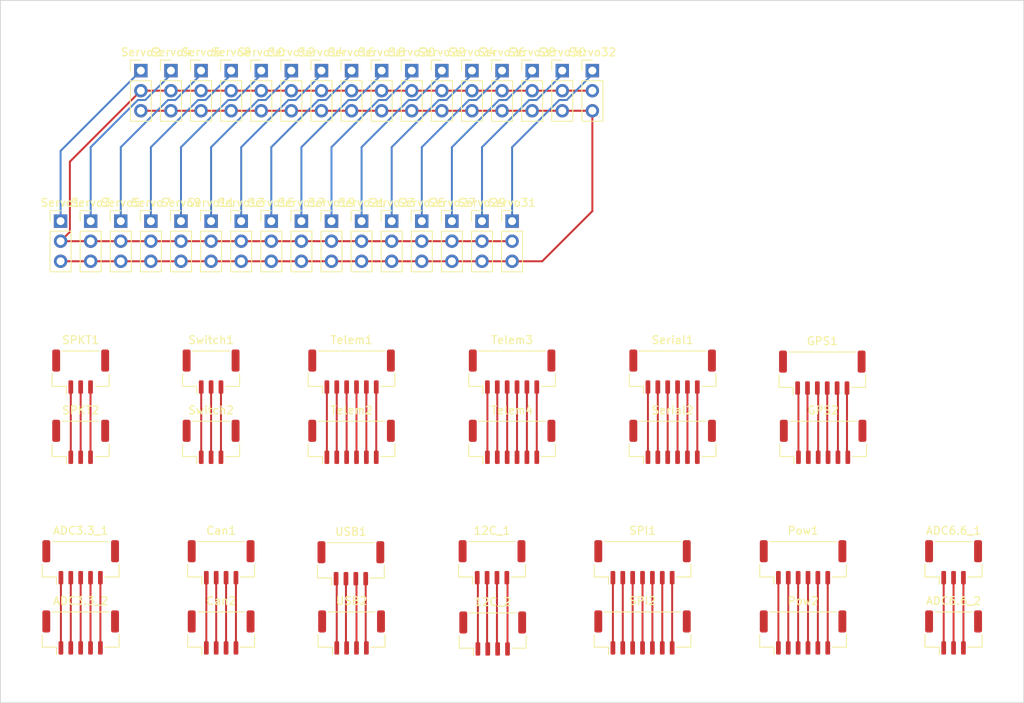
<source format=kicad_pcb>
(kicad_pcb (version 20171130) (host pcbnew "(5.1.10)-1")
  (layers (0 F.Cu signal) (31 B.Cu signal) (34 B.Paste user) (35 F.Paste user) (36 B.SilkS user) (37 F.SilkS user) (38 B.Mask user) (39 F.Mask user) (44 Edge.Cuts user))
  (net 0 "")
  (net 1 "Net-(Servo1-Pad3)")
  (net 2 "Net-(Servo1-Pad2)")
  (net 3 "Net-(Servo1-Pad1)")
  (net 4 "Net-(Servo3-Pad1)")
  (net 5 "Net-(Servo5-Pad1)")
  (net 6 "Net-(Servo7-Pad1)")
  (net 7 "Net-(Servo10-Pad1)")
  (net 8 "Net-(Servo11-Pad1)")
  (net 9 "Net-(Servo13-Pad1)")
  (net 10 "Net-(Servo15-Pad1)")
  (net 11 "Net-(Servo17-Pad1)")
  (net 12 "Net-(Servo19-Pad1)")
  (net 13 "Net-(Servo21-Pad1)")
  (net 14 "Net-(Servo23-Pad1)")
  (net 15 "Net-(Servo25-Pad1)")
  (net 16 "Net-(Servo27-Pad1)")
  (net 17 "Net-(Servo29-Pad1)")
  (net 18 "Net-(12C_1-Pad4)")
  (net 19 "Net-(12C_1-Pad3)")
  (net 20 "Net-(12C_1-Pad2)")
  (net 21 "Net-(12C_1-Pad1)")
  (net 22 "Net-(ADC3.3_1-Pad5)")
  (net 23 "Net-(ADC3.3_1-Pad4)")
  (net 24 "Net-(ADC3.3_1-Pad3)")
  (net 25 "Net-(ADC3.3_1-Pad2)")
  (net 26 "Net-(ADC3.3_1-Pad1)")
  (net 27 "Net-(ADC6.6_1-Pad3)")
  (net 28 "Net-(ADC6.6_1-Pad2)")
  (net 29 "Net-(ADC6.6_1-Pad1)")
  (net 30 "Net-(Can1-Pad4)")
  (net 31 "Net-(Can1-Pad3)")
  (net 32 "Net-(Can1-Pad2)")
  (net 33 "Net-(Can1-Pad1)")
  (net 34 "Net-(GPS1-Pad6)")
  (net 35 "Net-(GPS1-Pad5)")
  (net 36 "Net-(GPS1-Pad4)")
  (net 37 "Net-(GPS1-Pad3)")
  (net 38 "Net-(GPS1-Pad2)")
  (net 39 "Net-(GPS1-Pad1)")
  (net 40 "Net-(Pow1-Pad6)")
  (net 41 "Net-(Pow1-Pad5)")
  (net 42 "Net-(Pow1-Pad4)")
  (net 43 "Net-(Pow1-Pad3)")
  (net 44 "Net-(Pow1-Pad2)")
  (net 45 "Net-(Pow1-Pad1)")
  (net 46 "Net-(Serial1-Pad6)")
  (net 47 "Net-(Serial1-Pad5)")
  (net 48 "Net-(Serial1-Pad4)")
  (net 49 "Net-(Serial1-Pad3)")
  (net 50 "Net-(Serial1-Pad2)")
  (net 51 "Net-(Serial1-Pad1)")
  (net 52 "Net-(SPI1-Pad7)")
  (net 53 "Net-(SPI1-Pad6)")
  (net 54 "Net-(SPI1-Pad5)")
  (net 55 "Net-(SPI1-Pad4)")
  (net 56 "Net-(SPI1-Pad3)")
  (net 57 "Net-(SPI1-Pad2)")
  (net 58 "Net-(SPI1-Pad1)")
  (net 59 "Net-(SPKT1-Pad3)")
  (net 60 "Net-(SPKT1-Pad2)")
  (net 61 "Net-(SPKT1-Pad1)")
  (net 62 "Net-(Switch1-Pad3)")
  (net 63 "Net-(Switch1-Pad2)")
  (net 64 "Net-(Switch1-Pad1)")
  (net 65 "Net-(Telem1-Pad6)")
  (net 66 "Net-(Telem1-Pad5)")
  (net 67 "Net-(Telem1-Pad4)")
  (net 68 "Net-(Telem1-Pad3)")
  (net 69 "Net-(Telem1-Pad2)")
  (net 70 "Net-(Telem1-Pad1)")
  (net 71 "Net-(Telem3-Pad6)")
  (net 72 "Net-(Telem3-Pad5)")
  (net 73 "Net-(Telem3-Pad4)")
  (net 74 "Net-(Telem3-Pad3)")
  (net 75 "Net-(Telem3-Pad2)")
  (net 76 "Net-(Telem3-Pad1)")
  (net 77 "Net-(USB1-Pad4)")
  (net 78 "Net-(USB1-Pad3)")
  (net 79 "Net-(USB1-Pad2)")
  (net 80 "Net-(USB1-Pad1)")
  (net 81 "Net-(Servo31-Pad1)")
  (module Connector_PinHeader_2.54mm:PinHeader_1x03_P2.54mm_Vertical (layer F.Cu) (at 25.4 74.93)
    (fp_text reference Servo1 (at 0 -2.33) (layer F.SilkS))
    (fp_text value Conn_01x03)
    (pad 3 thru_hole oval (at 0 5.08) (size 1.7 1.7) (drill 1) (layers *.Cu *.Mask) (net 1 "Net-(Servo1-Pad3)"))
    (pad 2 thru_hole oval (at 0 2.54) (size 1.7 1.7) (drill 1) (layers *.Cu *.Mask) (net 2 "Net-(Servo1-Pad2)"))
    (pad 1 thru_hole rect (at 0 0) (size 1.7 1.7) (drill 1) (layers *.Cu *.Mask) (net 3 "Net-(Servo1-Pad1)"))
  )
  (module Connector_PinHeader_2.54mm:PinHeader_1x03_P2.54mm_Vertical (layer F.Cu) (at 29.21 74.93)
    (fp_text reference Servo3 (at 0 -2.33) (layer F.SilkS))
    (fp_text value Conn_01x03)
    (pad 1 thru_hole rect (at 0 0) (size 1.7 1.7) (drill 1) (layers *.Cu *.Mask) (net 4 "Net-(Servo3-Pad1)"))
    (pad 2 thru_hole oval (at 0 2.54) (size 1.7 1.7) (drill 1) (layers *.Cu *.Mask) (net 2 "Net-(Servo1-Pad2)"))
    (pad 3 thru_hole oval (at 0 5.08) (size 1.7 1.7) (drill 1) (layers *.Cu *.Mask) (net 1 "Net-(Servo1-Pad3)"))
  )
  (module Connector_PinHeader_2.54mm:PinHeader_1x03_P2.54mm_Vertical (layer F.Cu) (at 33.02 74.93)
    (fp_text reference Servo5 (at 0 -2.33) (layer F.SilkS))
    (fp_text value Conn_01x03)
    (pad 1 thru_hole rect (at 0 0) (size 1.7 1.7) (drill 1) (layers *.Cu *.Mask) (net 5 "Net-(Servo5-Pad1)"))
    (pad 2 thru_hole oval (at 0 2.54) (size 1.7 1.7) (drill 1) (layers *.Cu *.Mask) (net 2 "Net-(Servo1-Pad2)"))
    (pad 3 thru_hole oval (at 0 5.08) (size 1.7 1.7) (drill 1) (layers *.Cu *.Mask) (net 1 "Net-(Servo1-Pad3)"))
  )
  (module Connector_PinHeader_2.54mm:PinHeader_1x03_P2.54mm_Vertical (layer F.Cu) (at 36.83 74.93)
    (fp_text reference Servo7 (at 0 -2.33) (layer F.SilkS))
    (fp_text value Conn_01x03)
    (pad 1 thru_hole rect (at 0 0) (size 1.7 1.7) (drill 1) (layers *.Cu *.Mask) (net 6 "Net-(Servo7-Pad1)"))
    (pad 2 thru_hole oval (at 0 2.54) (size 1.7 1.7) (drill 1) (layers *.Cu *.Mask) (net 2 "Net-(Servo1-Pad2)"))
    (pad 3 thru_hole oval (at 0 5.08) (size 1.7 1.7) (drill 1) (layers *.Cu *.Mask) (net 1 "Net-(Servo1-Pad3)"))
  )
  (module Connector_PinHeader_2.54mm:PinHeader_1x03_P2.54mm_Vertical (layer F.Cu) (at 35.56 55.88)
    (fp_text reference Servo2 (at 0 -2.33) (layer F.SilkS))
    (fp_text value Conn_01x03)
    (pad 3 thru_hole oval (at 0 5.08) (size 1.7 1.7) (drill 1) (layers *.Cu *.Mask) (net 1 "Net-(Servo1-Pad3)"))
    (pad 2 thru_hole oval (at 0 2.54) (size 1.7 1.7) (drill 1) (layers *.Cu *.Mask) (net 2 "Net-(Servo1-Pad2)"))
    (pad 1 thru_hole rect (at 0 0) (size 1.7 1.7) (drill 1) (layers *.Cu *.Mask) (net 3 "Net-(Servo1-Pad1)"))
  )
  (module Connector_PinHeader_2.54mm:PinHeader_1x03_P2.54mm_Vertical (layer F.Cu) (at 39.37 55.88)
    (fp_text reference Servo4 (at 0 -2.33) (layer F.SilkS))
    (fp_text value Conn_01x03)
    (pad 3 thru_hole oval (at 0 5.08) (size 1.7 1.7) (drill 1) (layers *.Cu *.Mask) (net 1 "Net-(Servo1-Pad3)"))
    (pad 2 thru_hole oval (at 0 2.54) (size 1.7 1.7) (drill 1) (layers *.Cu *.Mask) (net 2 "Net-(Servo1-Pad2)"))
    (pad 1 thru_hole rect (at 0 0) (size 1.7 1.7) (drill 1) (layers *.Cu *.Mask) (net 4 "Net-(Servo3-Pad1)"))
  )
  (module Connector_PinHeader_2.54mm:PinHeader_1x03_P2.54mm_Vertical (layer F.Cu) (at 43.18 55.88)
    (fp_text reference Servo6 (at 0 -2.33) (layer F.SilkS))
    (fp_text value Conn_01x03)
    (pad 3 thru_hole oval (at 0 5.08) (size 1.7 1.7) (drill 1) (layers *.Cu *.Mask) (net 1 "Net-(Servo1-Pad3)"))
    (pad 2 thru_hole oval (at 0 2.54) (size 1.7 1.7) (drill 1) (layers *.Cu *.Mask) (net 2 "Net-(Servo1-Pad2)"))
    (pad 1 thru_hole rect (at 0 0) (size 1.7 1.7) (drill 1) (layers *.Cu *.Mask) (net 5 "Net-(Servo5-Pad1)"))
  )
  (module Connector_PinHeader_2.54mm:PinHeader_1x03_P2.54mm_Vertical (layer F.Cu) (at 46.99 55.88)
    (fp_text reference Servo8 (at 0 -2.33) (layer F.SilkS))
    (fp_text value Conn_01x03)
    (pad 3 thru_hole oval (at 0 5.08) (size 1.7 1.7) (drill 1) (layers *.Cu *.Mask) (net 1 "Net-(Servo1-Pad3)"))
    (pad 2 thru_hole oval (at 0 2.54) (size 1.7 1.7) (drill 1) (layers *.Cu *.Mask) (net 2 "Net-(Servo1-Pad2)"))
    (pad 1 thru_hole rect (at 0 0) (size 1.7 1.7) (drill 1) (layers *.Cu *.Mask) (net 6 "Net-(Servo7-Pad1)"))
  )
  (module Connector_PinHeader_2.54mm:PinHeader_1x03_P2.54mm_Vertical (layer F.Cu) (at 40.64 74.93)
    (fp_text reference Servo9 (at 0 -2.33) (layer F.SilkS))
    (fp_text value Conn_01x03)
    (pad 3 thru_hole oval (at 0 5.08) (size 1.7 1.7) (drill 1) (layers *.Cu *.Mask) (net 1 "Net-(Servo1-Pad3)"))
    (pad 2 thru_hole oval (at 0 2.54) (size 1.7 1.7) (drill 1) (layers *.Cu *.Mask) (net 2 "Net-(Servo1-Pad2)"))
    (pad 1 thru_hole rect (at 0 0) (size 1.7 1.7) (drill 1) (layers *.Cu *.Mask) (net 7 "Net-(Servo10-Pad1)"))
  )
  (module Connector_PinHeader_2.54mm:PinHeader_1x03_P2.54mm_Vertical (layer F.Cu) (at 48.26 74.93)
    (fp_text reference Servo13 (at 0 -2.33) (layer F.SilkS))
    (fp_text value Conn_01x03)
    (pad 3 thru_hole oval (at 0 5.08) (size 1.7 1.7) (drill 1) (layers *.Cu *.Mask) (net 1 "Net-(Servo1-Pad3)"))
    (pad 2 thru_hole oval (at 0 2.54) (size 1.7 1.7) (drill 1) (layers *.Cu *.Mask) (net 2 "Net-(Servo1-Pad2)"))
    (pad 1 thru_hole rect (at 0 0) (size 1.7 1.7) (drill 1) (layers *.Cu *.Mask) (net 9 "Net-(Servo13-Pad1)"))
  )
  (module Connector_PinHeader_2.54mm:PinHeader_1x03_P2.54mm_Vertical (layer F.Cu) (at 55.88 74.93)
    (fp_text reference Servo17 (at 0 -2.33) (layer F.SilkS))
    (fp_text value Conn_01x03)
    (pad 3 thru_hole oval (at 0 5.08) (size 1.7 1.7) (drill 1) (layers *.Cu *.Mask) (net 1 "Net-(Servo1-Pad3)"))
    (pad 2 thru_hole oval (at 0 2.54) (size 1.7 1.7) (drill 1) (layers *.Cu *.Mask) (net 2 "Net-(Servo1-Pad2)"))
    (pad 1 thru_hole rect (at 0 0) (size 1.7 1.7) (drill 1) (layers *.Cu *.Mask) (net 11 "Net-(Servo17-Pad1)"))
  )
  (module Connector_PinHeader_2.54mm:PinHeader_1x03_P2.54mm_Vertical (layer F.Cu) (at 71.12 74.93)
    (fp_text reference Servo25 (at 0 -2.33) (layer F.SilkS))
    (fp_text value Conn_01x03)
    (pad 3 thru_hole oval (at 0 5.08) (size 1.7 1.7) (drill 1) (layers *.Cu *.Mask) (net 1 "Net-(Servo1-Pad3)"))
    (pad 2 thru_hole oval (at 0 2.54) (size 1.7 1.7) (drill 1) (layers *.Cu *.Mask) (net 2 "Net-(Servo1-Pad2)"))
    (pad 1 thru_hole rect (at 0 0) (size 1.7 1.7) (drill 1) (layers *.Cu *.Mask) (net 15 "Net-(Servo25-Pad1)"))
  )
  (module Connector_PinHeader_2.54mm:PinHeader_1x03_P2.54mm_Vertical (layer F.Cu) (at 63.5 74.93)
    (fp_text reference Servo21 (at 0 -2.33) (layer F.SilkS))
    (fp_text value Conn_01x03)
    (pad 3 thru_hole oval (at 0 5.08) (size 1.7 1.7) (drill 1) (layers *.Cu *.Mask) (net 1 "Net-(Servo1-Pad3)"))
    (pad 2 thru_hole oval (at 0 2.54) (size 1.7 1.7) (drill 1) (layers *.Cu *.Mask) (net 2 "Net-(Servo1-Pad2)"))
    (pad 1 thru_hole rect (at 0 0) (size 1.7 1.7) (drill 1) (layers *.Cu *.Mask) (net 13 "Net-(Servo21-Pad1)"))
  )
  (module Connector_PinHeader_2.54mm:PinHeader_1x03_P2.54mm_Vertical (layer F.Cu) (at 66.04 55.88)
    (fp_text reference Servo18 (at 0 -2.33) (layer F.SilkS))
    (fp_text value Conn_01x03)
    (pad 3 thru_hole oval (at 0 5.08) (size 1.7 1.7) (drill 1) (layers *.Cu *.Mask) (net 1 "Net-(Servo1-Pad3)"))
    (pad 2 thru_hole oval (at 0 2.54) (size 1.7 1.7) (drill 1) (layers *.Cu *.Mask) (net 2 "Net-(Servo1-Pad2)"))
    (pad 1 thru_hole rect (at 0 0) (size 1.7 1.7) (drill 1) (layers *.Cu *.Mask) (net 11 "Net-(Servo17-Pad1)"))
  )
  (module Connector_PinHeader_2.54mm:PinHeader_1x03_P2.54mm_Vertical (layer F.Cu) (at 73.66 55.88)
    (fp_text reference Servo22 (at 0 -2.33) (layer F.SilkS))
    (fp_text value Conn_01x03)
    (pad 3 thru_hole oval (at 0 5.08) (size 1.7 1.7) (drill 1) (layers *.Cu *.Mask) (net 1 "Net-(Servo1-Pad3)"))
    (pad 2 thru_hole oval (at 0 2.54) (size 1.7 1.7) (drill 1) (layers *.Cu *.Mask) (net 2 "Net-(Servo1-Pad2)"))
    (pad 1 thru_hole rect (at 0 0) (size 1.7 1.7) (drill 1) (layers *.Cu *.Mask) (net 13 "Net-(Servo21-Pad1)"))
  )
  (module Connector_PinHeader_2.54mm:PinHeader_1x03_P2.54mm_Vertical (layer F.Cu) (at 88.9 55.88)
    (fp_text reference Servo30 (at 0 -2.33) (layer F.SilkS))
    (fp_text value Conn_01x03)
    (pad 3 thru_hole oval (at 0 5.08) (size 1.7 1.7) (drill 1) (layers *.Cu *.Mask) (net 1 "Net-(Servo1-Pad3)"))
    (pad 2 thru_hole oval (at 0 2.54) (size 1.7 1.7) (drill 1) (layers *.Cu *.Mask) (net 2 "Net-(Servo1-Pad2)"))
    (pad 1 thru_hole rect (at 0 0) (size 1.7 1.7) (drill 1) (layers *.Cu *.Mask) (net 17 "Net-(Servo29-Pad1)"))
  )
  (module Connector_PinHeader_2.54mm:PinHeader_1x03_P2.54mm_Vertical (layer F.Cu) (at 50.8 55.88)
    (fp_text reference Servo10 (at 0 -2.33) (layer F.SilkS))
    (fp_text value Conn_01x03)
    (pad 3 thru_hole oval (at 0 5.08) (size 1.7 1.7) (drill 1) (layers *.Cu *.Mask) (net 1 "Net-(Servo1-Pad3)"))
    (pad 2 thru_hole oval (at 0 2.54) (size 1.7 1.7) (drill 1) (layers *.Cu *.Mask) (net 2 "Net-(Servo1-Pad2)"))
    (pad 1 thru_hole rect (at 0 0) (size 1.7 1.7) (drill 1) (layers *.Cu *.Mask) (net 7 "Net-(Servo10-Pad1)"))
  )
  (module Connector_PinHeader_2.54mm:PinHeader_1x03_P2.54mm_Vertical (layer F.Cu) (at 81.28 55.88)
    (fp_text reference Servo26 (at 0 -2.33) (layer F.SilkS))
    (fp_text value Conn_01x03)
    (pad 3 thru_hole oval (at 0 5.08) (size 1.7 1.7) (drill 1) (layers *.Cu *.Mask) (net 1 "Net-(Servo1-Pad3)"))
    (pad 2 thru_hole oval (at 0 2.54) (size 1.7 1.7) (drill 1) (layers *.Cu *.Mask) (net 2 "Net-(Servo1-Pad2)"))
    (pad 1 thru_hole rect (at 0 0) (size 1.7 1.7) (drill 1) (layers *.Cu *.Mask) (net 15 "Net-(Servo25-Pad1)"))
  )
  (module Connector_PinHeader_2.54mm:PinHeader_1x03_P2.54mm_Vertical (layer F.Cu) (at 58.42 55.88)
    (fp_text reference Servo14 (at 0 -2.33) (layer F.SilkS))
    (fp_text value Conn_01x03)
    (pad 3 thru_hole oval (at 0 5.08) (size 1.7 1.7) (drill 1) (layers *.Cu *.Mask) (net 1 "Net-(Servo1-Pad3)"))
    (pad 2 thru_hole oval (at 0 2.54) (size 1.7 1.7) (drill 1) (layers *.Cu *.Mask) (net 2 "Net-(Servo1-Pad2)"))
    (pad 1 thru_hole rect (at 0 0) (size 1.7 1.7) (drill 1) (layers *.Cu *.Mask) (net 9 "Net-(Servo13-Pad1)"))
  )
  (module Connector_PinHeader_2.54mm:PinHeader_1x03_P2.54mm_Vertical (layer F.Cu) (at 78.74 74.93)
    (fp_text reference Servo29 (at 0 -2.33) (layer F.SilkS))
    (fp_text value Conn_01x03)
    (pad 3 thru_hole oval (at 0 5.08) (size 1.7 1.7) (drill 1) (layers *.Cu *.Mask) (net 1 "Net-(Servo1-Pad3)"))
    (pad 2 thru_hole oval (at 0 2.54) (size 1.7 1.7) (drill 1) (layers *.Cu *.Mask) (net 2 "Net-(Servo1-Pad2)"))
    (pad 1 thru_hole rect (at 0 0) (size 1.7 1.7) (drill 1) (layers *.Cu *.Mask) (net 17 "Net-(Servo29-Pad1)"))
  )
  (module Connector_PinHeader_2.54mm:PinHeader_1x03_P2.54mm_Vertical (layer F.Cu) (at 44.45 74.93)
    (fp_text reference Servo11 (at 0 -2.33) (layer F.SilkS))
    (fp_text value Conn_01x03)
    (pad 3 thru_hole oval (at 0 5.08) (size 1.7 1.7) (drill 1) (layers *.Cu *.Mask) (net 1 "Net-(Servo1-Pad3)"))
    (pad 2 thru_hole oval (at 0 2.54) (size 1.7 1.7) (drill 1) (layers *.Cu *.Mask) (net 2 "Net-(Servo1-Pad2)"))
    (pad 1 thru_hole rect (at 0 0) (size 1.7 1.7) (drill 1) (layers *.Cu *.Mask) (net 8 "Net-(Servo11-Pad1)"))
  )
  (module Connector_PinHeader_2.54mm:PinHeader_1x03_P2.54mm_Vertical (layer F.Cu) (at 52.07 74.93)
    (fp_text reference Servo15 (at 0 -2.33) (layer F.SilkS))
    (fp_text value Conn_01x03)
    (pad 3 thru_hole oval (at 0 5.08) (size 1.7 1.7) (drill 1) (layers *.Cu *.Mask) (net 1 "Net-(Servo1-Pad3)"))
    (pad 2 thru_hole oval (at 0 2.54) (size 1.7 1.7) (drill 1) (layers *.Cu *.Mask) (net 2 "Net-(Servo1-Pad2)"))
    (pad 1 thru_hole rect (at 0 0) (size 1.7 1.7) (drill 1) (layers *.Cu *.Mask) (net 10 "Net-(Servo15-Pad1)"))
  )
  (module Connector_PinHeader_2.54mm:PinHeader_1x03_P2.54mm_Vertical (layer F.Cu) (at 59.69 74.93)
    (fp_text reference Servo19 (at 0 -2.33) (layer F.SilkS))
    (fp_text value Conn_01x03)
    (pad 3 thru_hole oval (at 0 5.08) (size 1.7 1.7) (drill 1) (layers *.Cu *.Mask) (net 1 "Net-(Servo1-Pad3)"))
    (pad 2 thru_hole oval (at 0 2.54) (size 1.7 1.7) (drill 1) (layers *.Cu *.Mask) (net 2 "Net-(Servo1-Pad2)"))
    (pad 1 thru_hole rect (at 0 0) (size 1.7 1.7) (drill 1) (layers *.Cu *.Mask) (net 12 "Net-(Servo19-Pad1)"))
  )
  (module Connector_PinHeader_2.54mm:PinHeader_1x03_P2.54mm_Vertical (layer F.Cu) (at 54.61 55.88)
    (fp_text reference Servo12 (at 0 -2.33) (layer F.SilkS))
    (fp_text value Conn_01x03)
    (pad 3 thru_hole oval (at 0 5.08) (size 1.7 1.7) (drill 1) (layers *.Cu *.Mask) (net 1 "Net-(Servo1-Pad3)"))
    (pad 2 thru_hole oval (at 0 2.54) (size 1.7 1.7) (drill 1) (layers *.Cu *.Mask) (net 2 "Net-(Servo1-Pad2)"))
    (pad 1 thru_hole rect (at 0 0) (size 1.7 1.7) (drill 1) (layers *.Cu *.Mask) (net 8 "Net-(Servo11-Pad1)"))
  )
  (module Connector_PinHeader_2.54mm:PinHeader_1x03_P2.54mm_Vertical (layer F.Cu) (at 82.55 74.93)
    (fp_text reference Servo31 (at 0 -2.33) (layer F.SilkS))
    (fp_text value Conn_01x03)
    (pad 3 thru_hole oval (at 0 5.08) (size 1.7 1.7) (drill 1) (layers *.Cu *.Mask) (net 1 "Net-(Servo1-Pad3)"))
    (pad 2 thru_hole oval (at 0 2.54) (size 1.7 1.7) (drill 1) (layers *.Cu *.Mask) (net 2 "Net-(Servo1-Pad2)"))
    (pad 1 thru_hole rect (at 0 0) (size 1.7 1.7) (drill 1) (layers *.Cu *.Mask) (net 81 "Net-(Servo31-Pad1)"))
  )
  (module Connector_PinHeader_2.54mm:PinHeader_1x03_P2.54mm_Vertical (layer F.Cu) (at 77.47 55.88)
    (fp_text reference Servo24 (at 0 -2.33) (layer F.SilkS))
    (fp_text value Conn_01x03)
    (pad 3 thru_hole oval (at 0 5.08) (size 1.7 1.7) (drill 1) (layers *.Cu *.Mask) (net 1 "Net-(Servo1-Pad3)"))
    (pad 2 thru_hole oval (at 0 2.54) (size 1.7 1.7) (drill 1) (layers *.Cu *.Mask) (net 2 "Net-(Servo1-Pad2)"))
    (pad 1 thru_hole rect (at 0 0) (size 1.7 1.7) (drill 1) (layers *.Cu *.Mask) (net 14 "Net-(Servo23-Pad1)"))
  )
  (module Connector_PinHeader_2.54mm:PinHeader_1x03_P2.54mm_Vertical (layer F.Cu) (at 92.71 55.88)
    (fp_text reference Servo32 (at 0 -2.33) (layer F.SilkS))
    (fp_text value Conn_01x03)
    (pad 3 thru_hole oval (at 0 5.08) (size 1.7 1.7) (drill 1) (layers *.Cu *.Mask) (net 1 "Net-(Servo1-Pad3)"))
    (pad 2 thru_hole oval (at 0 2.54) (size 1.7 1.7) (drill 1) (layers *.Cu *.Mask) (net 2 "Net-(Servo1-Pad2)"))
    (pad 1 thru_hole rect (at 0 0) (size 1.7 1.7) (drill 1) (layers *.Cu *.Mask) (net 81 "Net-(Servo31-Pad1)"))
  )
  (module Connector_PinHeader_2.54mm:PinHeader_1x03_P2.54mm_Vertical (layer F.Cu) (at 85.09 55.88)
    (fp_text reference Servo28 (at 0 -2.33) (layer F.SilkS))
    (fp_text value Conn_01x03)
    (pad 3 thru_hole oval (at 0 5.08) (size 1.7 1.7) (drill 1) (layers *.Cu *.Mask) (net 1 "Net-(Servo1-Pad3)"))
    (pad 2 thru_hole oval (at 0 2.54) (size 1.7 1.7) (drill 1) (layers *.Cu *.Mask) (net 2 "Net-(Servo1-Pad2)"))
    (pad 1 thru_hole rect (at 0 0) (size 1.7 1.7) (drill 1) (layers *.Cu *.Mask) (net 16 "Net-(Servo27-Pad1)"))
  )
  (module Connector_PinHeader_2.54mm:PinHeader_1x03_P2.54mm_Vertical (layer F.Cu) (at 67.31 74.93)
    (fp_text reference Servo23 (at 0 -2.33) (layer F.SilkS))
    (fp_text value Conn_01x03)
    (pad 3 thru_hole oval (at 0 5.08) (size 1.7 1.7) (drill 1) (layers *.Cu *.Mask) (net 1 "Net-(Servo1-Pad3)"))
    (pad 2 thru_hole oval (at 0 2.54) (size 1.7 1.7) (drill 1) (layers *.Cu *.Mask) (net 2 "Net-(Servo1-Pad2)"))
    (pad 1 thru_hole rect (at 0 0) (size 1.7 1.7) (drill 1) (layers *.Cu *.Mask) (net 14 "Net-(Servo23-Pad1)"))
  )
  (module Connector_PinHeader_2.54mm:PinHeader_1x03_P2.54mm_Vertical (layer F.Cu) (at 69.85 55.88)
    (fp_text reference Servo20 (at 0 -2.33) (layer F.SilkS))
    (fp_text value Conn_01x03)
    (pad 3 thru_hole oval (at 0 5.08) (size 1.7 1.7) (drill 1) (layers *.Cu *.Mask) (net 1 "Net-(Servo1-Pad3)"))
    (pad 2 thru_hole oval (at 0 2.54) (size 1.7 1.7) (drill 1) (layers *.Cu *.Mask) (net 2 "Net-(Servo1-Pad2)"))
    (pad 1 thru_hole rect (at 0 0) (size 1.7 1.7) (drill 1) (layers *.Cu *.Mask) (net 12 "Net-(Servo19-Pad1)"))
  )
  (module Connector_PinHeader_2.54mm:PinHeader_1x03_P2.54mm_Vertical (layer F.Cu) (at 74.93 74.93)
    (fp_text reference Servo27 (at 0 -2.33) (layer F.SilkS))
    (fp_text value Conn_01x03)
    (pad 3 thru_hole oval (at 0 5.08) (size 1.7 1.7) (drill 1) (layers *.Cu *.Mask) (net 1 "Net-(Servo1-Pad3)"))
    (pad 2 thru_hole oval (at 0 2.54) (size 1.7 1.7) (drill 1) (layers *.Cu *.Mask) (net 2 "Net-(Servo1-Pad2)"))
    (pad 1 thru_hole rect (at 0 0) (size 1.7 1.7) (drill 1) (layers *.Cu *.Mask) (net 16 "Net-(Servo27-Pad1)"))
  )
  (module Connector_PinHeader_2.54mm:PinHeader_1x03_P2.54mm_Vertical (layer F.Cu) (at 62.23 55.88)
    (fp_text reference Servo16 (at 0 -2.33) (layer F.SilkS))
    (fp_text value Conn_01x03)
    (pad 3 thru_hole oval (at 0 5.08) (size 1.7 1.7) (drill 1) (layers *.Cu *.Mask) (net 1 "Net-(Servo1-Pad3)"))
    (pad 2 thru_hole oval (at 0 2.54) (size 1.7 1.7) (drill 1) (layers *.Cu *.Mask) (net 2 "Net-(Servo1-Pad2)"))
    (pad 1 thru_hole rect (at 0 0) (size 1.7 1.7) (drill 1) (layers *.Cu *.Mask) (net 10 "Net-(Servo15-Pad1)"))
  )
  (module Connector_JST:JST_GH_BM04B-GHS-TBT_1x04-1MP_P1.25mm_Vertical (layer F.Cu) (at 62.23 127)
    (fp_text reference USB2 (at 0 -4) (layer F.SilkS))
    (fp_text value Conn_01x04)
    (pad MP smd roundrect (at 3.725 -1.4) (size 1 2.8) (layers F.Cu F.Paste F.Mask))
    (pad MP smd roundrect (at -3.725 -1.4) (size 1 2.8) (layers F.Cu F.Paste F.Mask))
    (pad 4 smd roundrect (at 1.875 1.95) (size 0.6 1.7) (layers F.Cu F.Paste F.Mask) (net 77 "Net-(USB1-Pad4)"))
    (pad 3 smd roundrect (at 0.625 1.95) (size 0.6 1.7) (layers F.Cu F.Paste F.Mask) (net 78 "Net-(USB1-Pad3)"))
    (pad 2 smd roundrect (at -0.625 1.95) (size 0.6 1.7) (layers F.Cu F.Paste F.Mask) (net 79 "Net-(USB1-Pad2)"))
    (pad 1 smd roundrect (at -1.875 1.95) (size 0.6 1.7) (layers F.Cu F.Paste F.Mask) (net 80 "Net-(USB1-Pad1)"))
  )
  (module Connector_JST:JST_GH_BM04B-GHS-TBT_1x04-1MP_P1.25mm_Vertical (layer F.Cu) (at 62.145 118.24)
    (fp_text reference USB1 (at 0 -4) (layer F.SilkS))
    (fp_text value Conn_01x04)
    (pad MP smd roundrect (at 3.725 -1.4) (size 1 2.8) (layers F.Cu F.Paste F.Mask))
    (pad MP smd roundrect (at -3.725 -1.4) (size 1 2.8) (layers F.Cu F.Paste F.Mask))
    (pad 4 smd roundrect (at 1.875 1.95) (size 0.6 1.7) (layers F.Cu F.Paste F.Mask) (net 77 "Net-(USB1-Pad4)"))
    (pad 3 smd roundrect (at 0.625 1.95) (size 0.6 1.7) (layers F.Cu F.Paste F.Mask) (net 78 "Net-(USB1-Pad3)"))
    (pad 2 smd roundrect (at -0.625 1.95) (size 0.6 1.7) (layers F.Cu F.Paste F.Mask) (net 79 "Net-(USB1-Pad2)"))
    (pad 1 smd roundrect (at -1.875 1.95) (size 0.6 1.7) (layers F.Cu F.Paste F.Mask) (net 80 "Net-(USB1-Pad1)"))
  )
  (module Connector_JST:JST_GH_BM06B-GHS-TBT_1x06-1MP_P1.25mm_Vertical (layer F.Cu) (at 82.55 102.87)
    (fp_text reference Telem4 (at 0 -4) (layer F.SilkS))
    (fp_text value Conn_01x06)
    (pad MP smd roundrect (at 4.975 -1.4) (size 1 2.8) (layers F.Cu F.Paste F.Mask))
    (pad MP smd roundrect (at -4.975 -1.4) (size 1 2.8) (layers F.Cu F.Paste F.Mask))
    (pad 6 smd roundrect (at 3.125 1.95) (size 0.6 1.7) (layers F.Cu F.Paste F.Mask) (net 71 "Net-(Telem3-Pad6)"))
    (pad 5 smd roundrect (at 1.875 1.95) (size 0.6 1.7) (layers F.Cu F.Paste F.Mask) (net 72 "Net-(Telem3-Pad5)"))
    (pad 4 smd roundrect (at 0.625 1.95) (size 0.6 1.7) (layers F.Cu F.Paste F.Mask) (net 73 "Net-(Telem3-Pad4)"))
    (pad 3 smd roundrect (at -0.625 1.95) (size 0.6 1.7) (layers F.Cu F.Paste F.Mask) (net 74 "Net-(Telem3-Pad3)"))
    (pad 2 smd roundrect (at -1.875 1.95) (size 0.6 1.7) (layers F.Cu F.Paste F.Mask) (net 75 "Net-(Telem3-Pad2)"))
    (pad 1 smd roundrect (at -3.125 1.95) (size 0.6 1.7) (layers F.Cu F.Paste F.Mask) (net 76 "Net-(Telem3-Pad1)"))
  )
  (module Connector_JST:JST_GH_BM06B-GHS-TBT_1x06-1MP_P1.25mm_Vertical (layer F.Cu) (at 82.55 93.98)
    (fp_text reference Telem3 (at 0 -4) (layer F.SilkS))
    (fp_text value Conn_01x06)
    (pad MP smd roundrect (at 4.975 -1.4) (size 1 2.8) (layers F.Cu F.Paste F.Mask))
    (pad MP smd roundrect (at -4.975 -1.4) (size 1 2.8) (layers F.Cu F.Paste F.Mask))
    (pad 6 smd roundrect (at 3.125 1.95) (size 0.6 1.7) (layers F.Cu F.Paste F.Mask) (net 71 "Net-(Telem3-Pad6)"))
    (pad 5 smd roundrect (at 1.875 1.95) (size 0.6 1.7) (layers F.Cu F.Paste F.Mask) (net 72 "Net-(Telem3-Pad5)"))
    (pad 4 smd roundrect (at 0.625 1.95) (size 0.6 1.7) (layers F.Cu F.Paste F.Mask) (net 73 "Net-(Telem3-Pad4)"))
    (pad 3 smd roundrect (at -0.625 1.95) (size 0.6 1.7) (layers F.Cu F.Paste F.Mask) (net 74 "Net-(Telem3-Pad3)"))
    (pad 2 smd roundrect (at -1.875 1.95) (size 0.6 1.7) (layers F.Cu F.Paste F.Mask) (net 75 "Net-(Telem3-Pad2)"))
    (pad 1 smd roundrect (at -3.125 1.95) (size 0.6 1.7) (layers F.Cu F.Paste F.Mask) (net 76 "Net-(Telem3-Pad1)"))
  )
  (module Connector_JST:JST_GH_BM06B-GHS-TBT_1x06-1MP_P1.25mm_Vertical (layer F.Cu) (at 62.23 102.87)
    (fp_text reference Telem2 (at 0 -4 -180) (layer F.SilkS))
    (fp_text value Conn_01x06)
    (pad MP smd roundrect (at 4.975 -1.4) (size 1 2.8) (layers F.Cu F.Paste F.Mask))
    (pad MP smd roundrect (at -4.975 -1.4) (size 1 2.8) (layers F.Cu F.Paste F.Mask))
    (pad 6 smd roundrect (at 3.125 1.95) (size 0.6 1.7) (layers F.Cu F.Paste F.Mask) (net 65 "Net-(Telem1-Pad6)"))
    (pad 5 smd roundrect (at 1.875 1.95) (size 0.6 1.7) (layers F.Cu F.Paste F.Mask) (net 66 "Net-(Telem1-Pad5)"))
    (pad 4 smd roundrect (at 0.625 1.95) (size 0.6 1.7) (layers F.Cu F.Paste F.Mask) (net 67 "Net-(Telem1-Pad4)"))
    (pad 3 smd roundrect (at -0.625 1.95) (size 0.6 1.7) (layers F.Cu F.Paste F.Mask) (net 68 "Net-(Telem1-Pad3)"))
    (pad 2 smd roundrect (at -1.875 1.95) (size 0.6 1.7) (layers F.Cu F.Paste F.Mask) (net 69 "Net-(Telem1-Pad2)"))
    (pad 1 smd roundrect (at -3.125 1.95) (size 0.6 1.7) (layers F.Cu F.Paste F.Mask) (net 70 "Net-(Telem1-Pad1)"))
  )
  (module Connector_JST:JST_GH_BM06B-GHS-TBT_1x06-1MP_P1.25mm_Vertical (layer F.Cu) (at 62.23 93.98)
    (fp_text reference Telem1 (at 0 -4) (layer F.SilkS))
    (fp_text value Conn_01x06)
    (pad MP smd roundrect (at 4.975 -1.4) (size 1 2.8) (layers F.Cu F.Paste F.Mask))
    (pad MP smd roundrect (at -4.975 -1.4) (size 1 2.8) (layers F.Cu F.Paste F.Mask))
    (pad 6 smd roundrect (at 3.125 1.95) (size 0.6 1.7) (layers F.Cu F.Paste F.Mask) (net 65 "Net-(Telem1-Pad6)"))
    (pad 5 smd roundrect (at 1.875 1.95) (size 0.6 1.7) (layers F.Cu F.Paste F.Mask) (net 66 "Net-(Telem1-Pad5)"))
    (pad 4 smd roundrect (at 0.625 1.95) (size 0.6 1.7) (layers F.Cu F.Paste F.Mask) (net 67 "Net-(Telem1-Pad4)"))
    (pad 3 smd roundrect (at -0.625 1.95) (size 0.6 1.7) (layers F.Cu F.Paste F.Mask) (net 68 "Net-(Telem1-Pad3)"))
    (pad 2 smd roundrect (at -1.875 1.95) (size 0.6 1.7) (layers F.Cu F.Paste F.Mask) (net 69 "Net-(Telem1-Pad2)"))
    (pad 1 smd roundrect (at -3.125 1.95) (size 0.6 1.7) (layers F.Cu F.Paste F.Mask) (net 70 "Net-(Telem1-Pad1)"))
  )
  (module Connector_JST:JST_GH_BM03B-GHS-TBT_1x03-1MP_P1.25mm_Vertical (layer F.Cu) (at 44.45 102.87)
    (fp_text reference Switch2 (at 0 -4) (layer F.SilkS))
    (fp_text value Conn_01x03)
    (pad MP smd roundrect (at 3.1 -1.4) (size 1 2.8) (layers F.Cu F.Paste F.Mask))
    (pad MP smd roundrect (at -3.1 -1.4) (size 1 2.8) (layers F.Cu F.Paste F.Mask))
    (pad 3 smd roundrect (at 1.25 1.95) (size 0.6 1.7) (layers F.Cu F.Paste F.Mask) (net 62 "Net-(Switch1-Pad3)"))
    (pad 2 smd roundrect (at 0 1.95) (size 0.6 1.7) (layers F.Cu F.Paste F.Mask) (net 63 "Net-(Switch1-Pad2)"))
    (pad 1 smd roundrect (at -1.25 1.95) (size 0.6 1.7) (layers F.Cu F.Paste F.Mask) (net 64 "Net-(Switch1-Pad1)"))
  )
  (module Connector_JST:JST_GH_BM03B-GHS-TBT_1x03-1MP_P1.25mm_Vertical (layer F.Cu) (at 44.45 93.98)
    (fp_text reference Switch1 (at 0 -4) (layer F.SilkS))
    (fp_text value Conn_01x03)
    (pad MP smd roundrect (at 3.1 -1.4) (size 1 2.8) (layers F.Cu F.Paste F.Mask))
    (pad MP smd roundrect (at -3.1 -1.4) (size 1 2.8) (layers F.Cu F.Paste F.Mask))
    (pad 3 smd roundrect (at 1.25 1.95) (size 0.6 1.7) (layers F.Cu F.Paste F.Mask) (net 62 "Net-(Switch1-Pad3)"))
    (pad 2 smd roundrect (at 0 1.95) (size 0.6 1.7) (layers F.Cu F.Paste F.Mask) (net 63 "Net-(Switch1-Pad2)"))
    (pad 1 smd roundrect (at -1.25 1.95) (size 0.6 1.7) (layers F.Cu F.Paste F.Mask) (net 64 "Net-(Switch1-Pad1)"))
  )
  (module Connector_JST:JST_GH_BM03B-GHS-TBT_1x03-1MP_P1.25mm_Vertical (layer F.Cu) (at 27.94 102.87)
    (fp_text reference SPKT2 (at 0 -4) (layer F.SilkS))
    (fp_text value Conn_01x03)
    (pad MP smd roundrect (at 3.1 -1.4) (size 1 2.8) (layers F.Cu F.Paste F.Mask))
    (pad MP smd roundrect (at -3.1 -1.4) (size 1 2.8) (layers F.Cu F.Paste F.Mask))
    (pad 3 smd roundrect (at 1.25 1.95) (size 0.6 1.7) (layers F.Cu F.Paste F.Mask) (net 59 "Net-(SPKT1-Pad3)"))
    (pad 2 smd roundrect (at 0 1.95) (size 0.6 1.7) (layers F.Cu F.Paste F.Mask) (net 60 "Net-(SPKT1-Pad2)"))
    (pad 1 smd roundrect (at -1.25 1.95) (size 0.6 1.7) (layers F.Cu F.Paste F.Mask) (net 61 "Net-(SPKT1-Pad1)"))
  )
  (module Connector_JST:JST_GH_BM07B-GHS-TBT_1x07-1MP_P1.25mm_Vertical (layer F.Cu) (at 99.06 127)
    (fp_text reference SPI2 (at 0 -4) (layer F.SilkS))
    (fp_text value Conn_01x07)
    (pad MP smd roundrect (at 5.6 -1.4) (size 1 2.8) (layers F.Cu F.Paste F.Mask))
    (pad MP smd roundrect (at -5.6 -1.4) (size 1 2.8) (layers F.Cu F.Paste F.Mask))
    (pad 7 smd roundrect (at 3.75 1.95) (size 0.6 1.7) (layers F.Cu F.Paste F.Mask) (net 52 "Net-(SPI1-Pad7)"))
    (pad 6 smd roundrect (at 2.5 1.95) (size 0.6 1.7) (layers F.Cu F.Paste F.Mask) (net 53 "Net-(SPI1-Pad6)"))
    (pad 5 smd roundrect (at 1.25 1.95) (size 0.6 1.7) (layers F.Cu F.Paste F.Mask) (net 54 "Net-(SPI1-Pad5)"))
    (pad 4 smd roundrect (at 0 1.95) (size 0.6 1.7) (layers F.Cu F.Paste F.Mask) (net 55 "Net-(SPI1-Pad4)"))
    (pad 3 smd roundrect (at -1.25 1.95) (size 0.6 1.7) (layers F.Cu F.Paste F.Mask) (net 56 "Net-(SPI1-Pad3)"))
    (pad 2 smd roundrect (at -2.5 1.95) (size 0.6 1.7) (layers F.Cu F.Paste F.Mask) (net 57 "Net-(SPI1-Pad2)"))
    (pad 1 smd roundrect (at -3.75 1.95) (size 0.6 1.7) (layers F.Cu F.Paste F.Mask) (net 58 "Net-(SPI1-Pad1)"))
  )
  (module Connector_JST:JST_GH_BM07B-GHS-TBT_1x07-1MP_P1.25mm_Vertical (layer F.Cu) (at 99.06 118.11)
    (fp_text reference SPI1 (at 0 -4) (layer F.SilkS))
    (fp_text value Conn_01x07)
    (pad MP smd roundrect (at 5.6 -1.4) (size 1 2.8) (layers F.Cu F.Paste F.Mask))
    (pad MP smd roundrect (at -5.6 -1.4) (size 1 2.8) (layers F.Cu F.Paste F.Mask))
    (pad 7 smd roundrect (at 3.75 1.95) (size 0.6 1.7) (layers F.Cu F.Paste F.Mask) (net 52 "Net-(SPI1-Pad7)"))
    (pad 6 smd roundrect (at 2.5 1.95) (size 0.6 1.7) (layers F.Cu F.Paste F.Mask) (net 53 "Net-(SPI1-Pad6)"))
    (pad 5 smd roundrect (at 1.25 1.95) (size 0.6 1.7) (layers F.Cu F.Paste F.Mask) (net 54 "Net-(SPI1-Pad5)"))
    (pad 4 smd roundrect (at 0 1.95) (size 0.6 1.7) (layers F.Cu F.Paste F.Mask) (net 55 "Net-(SPI1-Pad4)"))
    (pad 3 smd roundrect (at -1.25 1.95) (size 0.6 1.7) (layers F.Cu F.Paste F.Mask) (net 56 "Net-(SPI1-Pad3)"))
    (pad 2 smd roundrect (at -2.5 1.95) (size 0.6 1.7) (layers F.Cu F.Paste F.Mask) (net 57 "Net-(SPI1-Pad2)"))
    (pad 1 smd roundrect (at -3.75 1.95) (size 0.6 1.7) (layers F.Cu F.Paste F.Mask) (net 58 "Net-(SPI1-Pad1)"))
  )
  (module Connector_JST:JST_GH_BM06B-GHS-TBT_1x06-1MP_P1.25mm_Vertical (layer F.Cu) (at 102.87 102.87)
    (fp_text reference Serial2 (at 0 -4) (layer F.SilkS))
    (fp_text value Conn_01x06)
    (pad MP smd roundrect (at 4.975 -1.4) (size 1 2.8) (layers F.Cu F.Paste F.Mask))
    (pad MP smd roundrect (at -4.975 -1.4) (size 1 2.8) (layers F.Cu F.Paste F.Mask))
    (pad 6 smd roundrect (at 3.125 1.95) (size 0.6 1.7) (layers F.Cu F.Paste F.Mask) (net 46 "Net-(Serial1-Pad6)"))
    (pad 5 smd roundrect (at 1.875 1.95) (size 0.6 1.7) (layers F.Cu F.Paste F.Mask) (net 47 "Net-(Serial1-Pad5)"))
    (pad 4 smd roundrect (at 0.625 1.95) (size 0.6 1.7) (layers F.Cu F.Paste F.Mask) (net 48 "Net-(Serial1-Pad4)"))
    (pad 3 smd roundrect (at -0.625 1.95) (size 0.6 1.7) (layers F.Cu F.Paste F.Mask) (net 49 "Net-(Serial1-Pad3)"))
    (pad 2 smd roundrect (at -1.875 1.95) (size 0.6 1.7) (layers F.Cu F.Paste F.Mask) (net 50 "Net-(Serial1-Pad2)"))
    (pad 1 smd roundrect (at -3.125 1.95) (size 0.6 1.7) (layers F.Cu F.Paste F.Mask) (net 51 "Net-(Serial1-Pad1)"))
  )
  (module Connector_JST:JST_GH_BM06B-GHS-TBT_1x06-1MP_P1.25mm_Vertical (layer F.Cu) (at 102.87 93.98)
    (fp_text reference Serial1 (at 0 -4) (layer F.SilkS))
    (fp_text value Conn_01x06)
    (pad MP smd roundrect (at 4.975 -1.4) (size 1 2.8) (layers F.Cu F.Paste F.Mask))
    (pad MP smd roundrect (at -4.975 -1.4) (size 1 2.8) (layers F.Cu F.Paste F.Mask))
    (pad 6 smd roundrect (at 3.125 1.95) (size 0.6 1.7) (layers F.Cu F.Paste F.Mask) (net 46 "Net-(Serial1-Pad6)"))
    (pad 5 smd roundrect (at 1.875 1.95) (size 0.6 1.7) (layers F.Cu F.Paste F.Mask) (net 47 "Net-(Serial1-Pad5)"))
    (pad 4 smd roundrect (at 0.625 1.95) (size 0.6 1.7) (layers F.Cu F.Paste F.Mask) (net 48 "Net-(Serial1-Pad4)"))
    (pad 3 smd roundrect (at -0.625 1.95) (size 0.6 1.7) (layers F.Cu F.Paste F.Mask) (net 49 "Net-(Serial1-Pad3)"))
    (pad 2 smd roundrect (at -1.875 1.95) (size 0.6 1.7) (layers F.Cu F.Paste F.Mask) (net 50 "Net-(Serial1-Pad2)"))
    (pad 1 smd roundrect (at -3.125 1.95) (size 0.6 1.7) (layers F.Cu F.Paste F.Mask) (net 51 "Net-(Serial1-Pad1)"))
  )
  (module Connector_JST:JST_GH_BM06B-GHS-TBT_1x06-1MP_P1.25mm_Vertical (layer F.Cu) (at 119.38 127)
    (fp_text reference Pow2 (at 0 -4) (layer F.SilkS))
    (fp_text value Conn_01x06)
    (pad MP smd roundrect (at 4.975 -1.4) (size 1 2.8) (layers F.Cu F.Paste F.Mask))
    (pad MP smd roundrect (at -4.975 -1.4) (size 1 2.8) (layers F.Cu F.Paste F.Mask))
    (pad 6 smd roundrect (at 3.125 1.95) (size 0.6 1.7) (layers F.Cu F.Paste F.Mask) (net 40 "Net-(Pow1-Pad6)"))
    (pad 5 smd roundrect (at 1.875 1.95) (size 0.6 1.7) (layers F.Cu F.Paste F.Mask) (net 41 "Net-(Pow1-Pad5)"))
    (pad 4 smd roundrect (at 0.625 1.95) (size 0.6 1.7) (layers F.Cu F.Paste F.Mask) (net 42 "Net-(Pow1-Pad4)"))
    (pad 3 smd roundrect (at -0.625 1.95) (size 0.6 1.7) (layers F.Cu F.Paste F.Mask) (net 43 "Net-(Pow1-Pad3)"))
    (pad 2 smd roundrect (at -1.875 1.95) (size 0.6 1.7) (layers F.Cu F.Paste F.Mask) (net 44 "Net-(Pow1-Pad2)"))
    (pad 1 smd roundrect (at -3.125 1.95) (size 0.6 1.7) (layers F.Cu F.Paste F.Mask) (net 45 "Net-(Pow1-Pad1)"))
  )
  (module Connector_JST:JST_GH_BM06B-GHS-TBT_1x06-1MP_P1.25mm_Vertical (layer F.Cu) (at 119.38 118.11)
    (fp_text reference Pow1 (at 0 -4) (layer F.SilkS))
    (fp_text value Conn_01x06)
    (pad MP smd roundrect (at 4.975 -1.4) (size 1 2.8) (layers F.Cu F.Paste F.Mask))
    (pad MP smd roundrect (at -4.975 -1.4) (size 1 2.8) (layers F.Cu F.Paste F.Mask))
    (pad 6 smd roundrect (at 3.125 1.95) (size 0.6 1.7) (layers F.Cu F.Paste F.Mask) (net 40 "Net-(Pow1-Pad6)"))
    (pad 5 smd roundrect (at 1.875 1.95) (size 0.6 1.7) (layers F.Cu F.Paste F.Mask) (net 41 "Net-(Pow1-Pad5)"))
    (pad 4 smd roundrect (at 0.625 1.95) (size 0.6 1.7) (layers F.Cu F.Paste F.Mask) (net 42 "Net-(Pow1-Pad4)"))
    (pad 3 smd roundrect (at -0.625 1.95) (size 0.6 1.7) (layers F.Cu F.Paste F.Mask) (net 43 "Net-(Pow1-Pad3)"))
    (pad 2 smd roundrect (at -1.875 1.95) (size 0.6 1.7) (layers F.Cu F.Paste F.Mask) (net 44 "Net-(Pow1-Pad2)"))
    (pad 1 smd roundrect (at -3.125 1.95) (size 0.6 1.7) (layers F.Cu F.Paste F.Mask) (net 45 "Net-(Pow1-Pad1)"))
  )
  (module Connector_JST:JST_GH_BM06B-GHS-TBT_1x06-1MP_P1.25mm_Vertical (layer F.Cu) (at 121.92 102.87)
    (fp_text reference GPS2 (at 0 -4) (layer F.SilkS))
    (fp_text value Conn_01x06)
    (pad MP smd roundrect (at 4.975 -1.4) (size 1 2.8) (layers F.Cu F.Paste F.Mask))
    (pad MP smd roundrect (at -4.975 -1.4) (size 1 2.8) (layers F.Cu F.Paste F.Mask))
    (pad 6 smd roundrect (at 3.125 1.95) (size 0.6 1.7) (layers F.Cu F.Paste F.Mask) (net 34 "Net-(GPS1-Pad6)"))
    (pad 5 smd roundrect (at 1.875 1.95) (size 0.6 1.7) (layers F.Cu F.Paste F.Mask) (net 35 "Net-(GPS1-Pad5)"))
    (pad 4 smd roundrect (at 0.625 1.95) (size 0.6 1.7) (layers F.Cu F.Paste F.Mask) (net 36 "Net-(GPS1-Pad4)"))
    (pad 3 smd roundrect (at -0.625 1.95) (size 0.6 1.7) (layers F.Cu F.Paste F.Mask) (net 37 "Net-(GPS1-Pad3)"))
    (pad 2 smd roundrect (at -1.875 1.95) (size 0.6 1.7) (layers F.Cu F.Paste F.Mask) (net 38 "Net-(GPS1-Pad2)"))
    (pad 1 smd roundrect (at -3.125 1.95) (size 0.6 1.7) (layers F.Cu F.Paste F.Mask) (net 39 "Net-(GPS1-Pad1)"))
  )
  (module Connector_JST:JST_GH_BM06B-GHS-TBT_1x06-1MP_P1.25mm_Vertical (layer F.Cu) (at 121.815 94.11)
    (fp_text reference GPS1 (at 0 -4) (layer F.SilkS))
    (fp_text value Conn_01x06)
    (pad MP smd roundrect (at 4.975 -1.4) (size 1 2.8) (layers F.Cu F.Paste F.Mask))
    (pad MP smd roundrect (at -4.975 -1.4) (size 1 2.8) (layers F.Cu F.Paste F.Mask))
    (pad 6 smd roundrect (at 3.125 1.95) (size 0.6 1.7) (layers F.Cu F.Paste F.Mask) (net 34 "Net-(GPS1-Pad6)"))
    (pad 5 smd roundrect (at 1.875 1.95) (size 0.6 1.7) (layers F.Cu F.Paste F.Mask) (net 35 "Net-(GPS1-Pad5)"))
    (pad 4 smd roundrect (at 0.625 1.95) (size 0.6 1.7) (layers F.Cu F.Paste F.Mask) (net 36 "Net-(GPS1-Pad4)"))
    (pad 3 smd roundrect (at -0.625 1.95) (size 0.6 1.7) (layers F.Cu F.Paste F.Mask) (net 37 "Net-(GPS1-Pad3)"))
    (pad 2 smd roundrect (at -1.875 1.95) (size 0.6 1.7) (layers F.Cu F.Paste F.Mask) (net 38 "Net-(GPS1-Pad2)"))
    (pad 1 smd roundrect (at -3.125 1.95) (size 0.6 1.7) (layers F.Cu F.Paste F.Mask) (net 39 "Net-(GPS1-Pad1)"))
  )
  (module Connector_JST:JST_GH_BM04B-GHS-TBT_1x04-1MP_P1.25mm_Vertical (layer F.Cu) (at 45.72 127)
    (fp_text reference Can2 (at 0 -4) (layer F.SilkS))
    (fp_text value Conn_01x04)
    (pad MP smd roundrect (at 3.725 -1.4) (size 1 2.8) (layers F.Cu F.Paste F.Mask))
    (pad MP smd roundrect (at -3.725 -1.4) (size 1 2.8) (layers F.Cu F.Paste F.Mask))
    (pad 4 smd roundrect (at 1.875 1.95) (size 0.6 1.7) (layers F.Cu F.Paste F.Mask) (net 30 "Net-(Can1-Pad4)"))
    (pad 3 smd roundrect (at 0.625 1.95) (size 0.6 1.7) (layers F.Cu F.Paste F.Mask) (net 31 "Net-(Can1-Pad3)"))
    (pad 2 smd roundrect (at -0.625 1.95) (size 0.6 1.7) (layers F.Cu F.Paste F.Mask) (net 32 "Net-(Can1-Pad2)"))
    (pad 1 smd roundrect (at -1.875 1.95) (size 0.6 1.7) (layers F.Cu F.Paste F.Mask) (net 33 "Net-(Can1-Pad1)"))
  )
  (module Connector_JST:JST_GH_BM04B-GHS-TBT_1x04-1MP_P1.25mm_Vertical (layer F.Cu) (at 45.72 118.11)
    (fp_text reference Can1 (at 0 -4) (layer F.SilkS))
    (fp_text value Conn_01x04)
    (pad MP smd roundrect (at 3.725 -1.4) (size 1 2.8) (layers F.Cu F.Paste F.Mask))
    (pad MP smd roundrect (at -3.725 -1.4) (size 1 2.8) (layers F.Cu F.Paste F.Mask))
    (pad 4 smd roundrect (at 1.875 1.95) (size 0.6 1.7) (layers F.Cu F.Paste F.Mask) (net 30 "Net-(Can1-Pad4)"))
    (pad 3 smd roundrect (at 0.625 1.95) (size 0.6 1.7) (layers F.Cu F.Paste F.Mask) (net 31 "Net-(Can1-Pad3)"))
    (pad 2 smd roundrect (at -0.625 1.95) (size 0.6 1.7) (layers F.Cu F.Paste F.Mask) (net 32 "Net-(Can1-Pad2)"))
    (pad 1 smd roundrect (at -1.875 1.95) (size 0.6 1.7) (layers F.Cu F.Paste F.Mask) (net 33 "Net-(Can1-Pad1)"))
  )
  (module Connector_JST:JST_GH_BM03B-GHS-TBT_1x03-1MP_P1.25mm_Vertical (layer F.Cu) (at 138.43 127)
    (fp_text reference ADC6.6_2 (at 0 -4) (layer F.SilkS))
    (fp_text value Conn_01x03)
    (pad MP smd roundrect (at 3.1 -1.4) (size 1 2.8) (layers F.Cu F.Paste F.Mask))
    (pad MP smd roundrect (at -3.1 -1.4) (size 1 2.8) (layers F.Cu F.Paste F.Mask))
    (pad 3 smd roundrect (at 1.25 1.95) (size 0.6 1.7) (layers F.Cu F.Paste F.Mask) (net 27 "Net-(ADC6.6_1-Pad3)"))
    (pad 2 smd roundrect (at 0 1.95) (size 0.6 1.7) (layers F.Cu F.Paste F.Mask) (net 28 "Net-(ADC6.6_1-Pad2)"))
    (pad 1 smd roundrect (at -1.25 1.95) (size 0.6 1.7) (layers F.Cu F.Paste F.Mask) (net 29 "Net-(ADC6.6_1-Pad1)"))
  )
  (module Connector_JST:JST_GH_BM03B-GHS-TBT_1x03-1MP_P1.25mm_Vertical (layer F.Cu) (at 138.43 118.11)
    (fp_text reference ADC6.6_1 (at 0 -4) (layer F.SilkS))
    (fp_text value Conn_01x03)
    (pad MP smd roundrect (at 3.1 -1.4) (size 1 2.8) (layers F.Cu F.Paste F.Mask))
    (pad MP smd roundrect (at -3.1 -1.4) (size 1 2.8) (layers F.Cu F.Paste F.Mask))
    (pad 3 smd roundrect (at 1.25 1.95) (size 0.6 1.7) (layers F.Cu F.Paste F.Mask) (net 27 "Net-(ADC6.6_1-Pad3)"))
    (pad 2 smd roundrect (at 0 1.95) (size 0.6 1.7) (layers F.Cu F.Paste F.Mask) (net 28 "Net-(ADC6.6_1-Pad2)"))
    (pad 1 smd roundrect (at -1.25 1.95) (size 0.6 1.7) (layers F.Cu F.Paste F.Mask) (net 29 "Net-(ADC6.6_1-Pad1)"))
  )
  (module Connector_JST:JST_GH_BM05B-GHS-TBT_1x05-1MP_P1.25mm_Vertical (layer F.Cu) (at 27.94 127)
    (fp_text reference ADC3.3_2 (at 0 -4) (layer F.SilkS))
    (fp_text value Conn_01x05)
    (pad MP smd roundrect (at 4.35 -1.4) (size 1 2.8) (layers F.Cu F.Paste F.Mask))
    (pad MP smd roundrect (at -4.35 -1.4) (size 1 2.8) (layers F.Cu F.Paste F.Mask))
    (pad 5 smd roundrect (at 2.5 1.95) (size 0.6 1.7) (layers F.Cu F.Paste F.Mask) (net 22 "Net-(ADC3.3_1-Pad5)"))
    (pad 4 smd roundrect (at 1.25 1.95) (size 0.6 1.7) (layers F.Cu F.Paste F.Mask) (net 23 "Net-(ADC3.3_1-Pad4)"))
    (pad 3 smd roundrect (at 0 1.95) (size 0.6 1.7) (layers F.Cu F.Paste F.Mask) (net 24 "Net-(ADC3.3_1-Pad3)"))
    (pad 2 smd roundrect (at -1.25 1.95) (size 0.6 1.7) (layers F.Cu F.Paste F.Mask) (net 25 "Net-(ADC3.3_1-Pad2)"))
    (pad 1 smd roundrect (at -2.5 1.95) (size 0.6 1.7) (layers F.Cu F.Paste F.Mask) (net 26 "Net-(ADC3.3_1-Pad1)"))
  )
  (module Connector_JST:JST_GH_BM05B-GHS-TBT_1x05-1MP_P1.25mm_Vertical (layer F.Cu) (at 27.94 118.11)
    (fp_text reference ADC3.3_1 (at 0 -4) (layer F.SilkS))
    (fp_text value Conn_01x05)
    (pad MP smd roundrect (at 4.35 -1.4) (size 1 2.8) (layers F.Cu F.Paste F.Mask))
    (pad MP smd roundrect (at -4.35 -1.4) (size 1 2.8) (layers F.Cu F.Paste F.Mask))
    (pad 5 smd roundrect (at 2.5 1.95) (size 0.6 1.7) (layers F.Cu F.Paste F.Mask) (net 22 "Net-(ADC3.3_1-Pad5)"))
    (pad 4 smd roundrect (at 1.25 1.95) (size 0.6 1.7) (layers F.Cu F.Paste F.Mask) (net 23 "Net-(ADC3.3_1-Pad4)"))
    (pad 3 smd roundrect (at 0 1.95) (size 0.6 1.7) (layers F.Cu F.Paste F.Mask) (net 24 "Net-(ADC3.3_1-Pad3)"))
    (pad 2 smd roundrect (at -1.25 1.95) (size 0.6 1.7) (layers F.Cu F.Paste F.Mask) (net 25 "Net-(ADC3.3_1-Pad2)"))
    (pad 1 smd roundrect (at -2.5 1.95) (size 0.6 1.7) (layers F.Cu F.Paste F.Mask) (net 26 "Net-(ADC3.3_1-Pad1)"))
  )
  (module Connector_JST:JST_GH_BM04B-GHS-TBT_1x04-1MP_P1.25mm_Vertical (layer F.Cu) (at 80.095 127.13)
    (fp_text reference 12C_2 (at 0 -4) (layer F.SilkS))
    (fp_text value Conn_01x04)
    (pad MP smd roundrect (at 3.725 -1.4) (size 1 2.8) (layers F.Cu F.Paste F.Mask))
    (pad MP smd roundrect (at -3.725 -1.4) (size 1 2.8) (layers F.Cu F.Paste F.Mask))
    (pad 4 smd roundrect (at 1.875 1.95) (size 0.6 1.7) (layers F.Cu F.Paste F.Mask) (net 18 "Net-(12C_1-Pad4)"))
    (pad 3 smd roundrect (at 0.625 1.95) (size 0.6 1.7) (layers F.Cu F.Paste F.Mask) (net 19 "Net-(12C_1-Pad3)"))
    (pad 2 smd roundrect (at -0.625 1.95) (size 0.6 1.7) (layers F.Cu F.Paste F.Mask) (net 20 "Net-(12C_1-Pad2)"))
    (pad 1 smd roundrect (at -1.875 1.95) (size 0.6 1.7) (layers F.Cu F.Paste F.Mask) (net 21 "Net-(12C_1-Pad1)"))
  )
  (module Connector_JST:JST_GH_BM04B-GHS-TBT_1x04-1MP_P1.25mm_Vertical (layer F.Cu) (at 80.01 118.11)
    (fp_text reference 12C_1 (at 0 -4) (layer F.SilkS))
    (fp_text value Conn_01x04)
    (pad MP smd roundrect (at 3.725 -1.4) (size 1 2.8) (layers F.Cu F.Paste F.Mask))
    (pad MP smd roundrect (at -3.725 -1.4) (size 1 2.8) (layers F.Cu F.Paste F.Mask))
    (pad 4 smd roundrect (at 1.875 1.95) (size 0.6 1.7) (layers F.Cu F.Paste F.Mask) (net 18 "Net-(12C_1-Pad4)"))
    (pad 3 smd roundrect (at 0.625 1.95) (size 0.6 1.7) (layers F.Cu F.Paste F.Mask) (net 19 "Net-(12C_1-Pad3)"))
    (pad 2 smd roundrect (at -0.625 1.95) (size 0.6 1.7) (layers F.Cu F.Paste F.Mask) (net 20 "Net-(12C_1-Pad2)"))
    (pad 1 smd roundrect (at -1.875 1.95) (size 0.6 1.7) (layers F.Cu F.Paste F.Mask) (net 21 "Net-(12C_1-Pad1)"))
  )
  (module Connector_JST:JST_GH_BM03B-GHS-TBT_1x03-1MP_P1.25mm_Vertical (layer F.Cu) (at 27.94 93.98)
    (fp_text reference SPKT1 (at 0 -4) (layer F.SilkS))
    (fp_text value Conn_01x03)
    (pad MP smd roundrect (at 3.1 -1.4) (size 1 2.8) (layers F.Cu F.Paste F.Mask))
    (pad MP smd roundrect (at -3.1 -1.4) (size 1 2.8) (layers F.Cu F.Paste F.Mask))
    (pad 3 smd roundrect (at 1.25 1.95) (size 0.6 1.7) (layers F.Cu F.Paste F.Mask) (net 59 "Net-(SPKT1-Pad3)"))
    (pad 2 smd roundrect (at 0 1.95) (size 0.6 1.7) (layers F.Cu F.Paste F.Mask) (net 60 "Net-(SPKT1-Pad2)"))
    (pad 1 smd roundrect (at -1.25 1.95) (size 0.6 1.7) (layers F.Cu F.Paste F.Mask) (net 61 "Net-(SPKT1-Pad1)"))
  )
  (gr_line (start 147.32 46.99) (end 147.32 135.89) (layer Edge.Cuts) (width 0.1))
  (gr_line (start 17.78 46.99) (end 147.32 46.99) (layer Edge.Cuts) (width 0.1))
  (gr_line (start 17.78 135.89) (end 17.78 46.99) (layer Edge.Cuts) (width 0.1))
  (gr_line (start 147.32 135.89) (end 17.78 135.89) (layer Edge.Cuts) (width 0.1))
  (segment (start 25.4 80.01) (end 82.55 80.01) (width 0.25) (layer F.Cu) (net 1))
  (segment (start 82.55 80.01) (end 86.36 80.01) (width 0.25) (layer F.Cu) (net 1))
  (segment (start 92.71 73.66) (end 92.71 60.96) (width 0.25) (layer F.Cu) (net 1))
  (segment (start 86.36 80.01) (end 92.71 73.66) (width 0.25) (layer F.Cu) (net 1))
  (segment (start 92.71 60.96) (end 35.56 60.96) (width 0.25) (layer F.Cu) (net 1))
  (segment (start 82.55 77.47) (end 25.4 77.47) (width 0.25) (layer F.Cu) (net 2))
  (segment (start 26.575001 67.404999) (end 35.56 58.42) (width 0.25) (layer F.Cu) (net 2))
  (segment (start 26.575001 76.294999) (end 26.575001 67.404999) (width 0.25) (layer F.Cu) (net 2))
  (segment (start 25.4 77.47) (end 26.575001 76.294999) (width 0.25) (layer F.Cu) (net 2))
  (segment (start 35.56 58.42) (end 92.71 58.42) (width 0.25) (layer F.Cu) (net 2))
  (segment (start 25.4 66.04) (end 35.56 55.88) (width 0.25) (layer B.Cu) (net 3))
  (segment (start 25.4 74.93) (end 25.4 66.04) (width 0.25) (layer B.Cu) (net 3))
  (segment (start 39.37 56.349002) (end 39.37 55.88) (width 0.25) (layer B.Cu) (net 4))
  (segment (start 36.124001 59.595001) (end 39.37 56.349002) (width 0.25) (layer B.Cu) (net 4))
  (segment (start 35.185997 59.595001) (end 36.124001 59.595001) (width 0.25) (layer B.Cu) (net 4))
  (segment (start 29.21 65.570998) (end 35.185997 59.595001) (width 0.25) (layer B.Cu) (net 4))
  (segment (start 29.21 74.93) (end 29.21 65.570998) (width 0.25) (layer B.Cu) (net 4))
  (segment (start 43.18 56.349002) (end 43.18 55.88) (width 0.25) (layer B.Cu) (net 5))
  (segment (start 39.934001 59.595001) (end 43.18 56.349002) (width 0.25) (layer B.Cu) (net 5))
  (segment (start 38.995997 59.595001) (end 39.934001 59.595001) (width 0.25) (layer B.Cu) (net 5))
  (segment (start 33.02 65.570998) (end 38.995997 59.595001) (width 0.25) (layer B.Cu) (net 5))
  (segment (start 33.02 74.93) (end 33.02 65.570998) (width 0.25) (layer B.Cu) (net 5))
  (segment (start 46.99 56.349002) (end 46.99 55.88) (width 0.25) (layer B.Cu) (net 6))
  (segment (start 43.744001 59.595001) (end 46.99 56.349002) (width 0.25) (layer B.Cu) (net 6))
  (segment (start 42.805997 59.595001) (end 43.744001 59.595001) (width 0.25) (layer B.Cu) (net 6))
  (segment (start 36.83 65.570998) (end 42.805997 59.595001) (width 0.25) (layer B.Cu) (net 6))
  (segment (start 36.83 74.93) (end 36.83 65.570998) (width 0.25) (layer B.Cu) (net 6))
  (segment (start 50.8 56.349002) (end 50.8 55.88) (width 0.25) (layer B.Cu) (net 7))
  (segment (start 47.554001 59.595001) (end 50.8 56.349002) (width 0.25) (layer B.Cu) (net 7))
  (segment (start 46.615997 59.595001) (end 47.554001 59.595001) (width 0.25) (layer B.Cu) (net 7))
  (segment (start 40.64 65.570998) (end 46.615997 59.595001) (width 0.25) (layer B.Cu) (net 7))
  (segment (start 40.64 74.93) (end 40.64 65.570998) (width 0.25) (layer B.Cu) (net 7))
  (segment (start 54.61 56.349002) (end 54.61 55.88) (width 0.25) (layer B.Cu) (net 8))
  (segment (start 51.364001 59.595001) (end 54.61 56.349002) (width 0.25) (layer B.Cu) (net 8))
  (segment (start 50.425997 59.595001) (end 51.364001 59.595001) (width 0.25) (layer B.Cu) (net 8))
  (segment (start 44.45 65.570998) (end 50.425997 59.595001) (width 0.25) (layer B.Cu) (net 8))
  (segment (start 44.45 74.93) (end 44.45 65.570998) (width 0.25) (layer B.Cu) (net 8))
  (segment (start 55.174001 59.595001) (end 58.42 56.349002) (width 0.25) (layer B.Cu) (net 9))
  (segment (start 54.235997 59.595001) (end 55.174001 59.595001) (width 0.25) (layer B.Cu) (net 9))
  (segment (start 58.42 56.349002) (end 58.42 55.88) (width 0.25) (layer B.Cu) (net 9))
  (segment (start 48.26 65.570998) (end 54.235997 59.595001) (width 0.25) (layer B.Cu) (net 9))
  (segment (start 48.26 74.93) (end 48.26 65.570998) (width 0.25) (layer B.Cu) (net 9))
  (segment (start 62.23 56.349002) (end 62.23 55.88) (width 0.25) (layer B.Cu) (net 10))
  (segment (start 58.984001 59.595001) (end 62.23 56.349002) (width 0.25) (layer B.Cu) (net 10))
  (segment (start 58.045997 59.595001) (end 58.984001 59.595001) (width 0.25) (layer B.Cu) (net 10))
  (segment (start 52.07 65.570998) (end 58.045997 59.595001) (width 0.25) (layer B.Cu) (net 10))
  (segment (start 52.07 74.93) (end 52.07 65.570998) (width 0.25) (layer B.Cu) (net 10))
  (segment (start 66.04 56.349002) (end 66.04 55.88) (width 0.25) (layer B.Cu) (net 11))
  (segment (start 62.794001 59.595001) (end 66.04 56.349002) (width 0.25) (layer B.Cu) (net 11))
  (segment (start 61.855997 59.595001) (end 62.794001 59.595001) (width 0.25) (layer B.Cu) (net 11))
  (segment (start 55.88 65.570998) (end 61.855997 59.595001) (width 0.25) (layer B.Cu) (net 11))
  (segment (start 55.88 74.93) (end 55.88 65.570998) (width 0.25) (layer B.Cu) (net 11))
  (segment (start 69.85 56.349002) (end 69.85 55.88) (width 0.25) (layer B.Cu) (net 12))
  (segment (start 66.604001 59.595001) (end 69.85 56.349002) (width 0.25) (layer B.Cu) (net 12))
  (segment (start 65.665997 59.595001) (end 66.604001 59.595001) (width 0.25) (layer B.Cu) (net 12))
  (segment (start 59.69 65.570998) (end 65.665997 59.595001) (width 0.25) (layer B.Cu) (net 12))
  (segment (start 59.69 74.93) (end 59.69 65.570998) (width 0.25) (layer B.Cu) (net 12))
  (segment (start 73.66 56.349002) (end 73.66 55.88) (width 0.25) (layer B.Cu) (net 13))
  (segment (start 70.414001 59.595001) (end 73.66 56.349002) (width 0.25) (layer B.Cu) (net 13))
  (segment (start 69.475997 59.595001) (end 70.414001 59.595001) (width 0.25) (layer B.Cu) (net 13))
  (segment (start 63.5 65.570998) (end 69.475997 59.595001) (width 0.25) (layer B.Cu) (net 13))
  (segment (start 63.5 74.93) (end 63.5 65.570998) (width 0.25) (layer B.Cu) (net 13))
  (segment (start 77.47 56.349002) (end 77.47 55.88) (width 0.25) (layer B.Cu) (net 14))
  (segment (start 74.224001 59.595001) (end 77.47 56.349002) (width 0.25) (layer B.Cu) (net 14))
  (segment (start 73.285997 59.595001) (end 74.224001 59.595001) (width 0.25) (layer B.Cu) (net 14))
  (segment (start 67.31 65.570998) (end 73.285997 59.595001) (width 0.25) (layer B.Cu) (net 14))
  (segment (start 67.31 74.93) (end 67.31 65.570998) (width 0.25) (layer B.Cu) (net 14))
  (segment (start 81.28 56.349002) (end 81.28 55.88) (width 0.25) (layer B.Cu) (net 15))
  (segment (start 78.034001 59.595001) (end 81.28 56.349002) (width 0.25) (layer B.Cu) (net 15))
  (segment (start 77.095997 59.595001) (end 78.034001 59.595001) (width 0.25) (layer B.Cu) (net 15))
  (segment (start 71.12 65.570998) (end 77.095997 59.595001) (width 0.25) (layer B.Cu) (net 15))
  (segment (start 71.12 74.93) (end 71.12 65.570998) (width 0.25) (layer B.Cu) (net 15))
  (segment (start 85.09 56.349002) (end 85.09 55.88) (width 0.25) (layer B.Cu) (net 16))
  (segment (start 81.844001 59.595001) (end 85.09 56.349002) (width 0.25) (layer B.Cu) (net 16))
  (segment (start 80.905997 59.595001) (end 81.844001 59.595001) (width 0.25) (layer B.Cu) (net 16))
  (segment (start 74.93 65.570998) (end 80.905997 59.595001) (width 0.25) (layer B.Cu) (net 16))
  (segment (start 74.93 74.93) (end 74.93 65.570998) (width 0.25) (layer B.Cu) (net 16))
  (segment (start 88.9 56.349002) (end 88.9 55.88) (width 0.25) (layer B.Cu) (net 17))
  (segment (start 85.654001 59.595001) (end 88.9 56.349002) (width 0.25) (layer B.Cu) (net 17))
  (segment (start 84.715997 59.595001) (end 85.654001 59.595001) (width 0.25) (layer B.Cu) (net 17))
  (segment (start 78.74 65.570998) (end 84.715997 59.595001) (width 0.25) (layer B.Cu) (net 17))
  (segment (start 78.74 74.93) (end 78.74 65.570998) (width 0.25) (layer B.Cu) (net 17))
  (segment (start 81.97 120.145) (end 81.885 120.06) (width 0.25) (layer F.Cu) (net 18))
  (segment (start 81.97 129.08) (end 81.97 120.145) (width 0.25) (layer F.Cu) (net 18))
  (segment (start 80.635 128.995) (end 80.72 129.08) (width 0.25) (layer F.Cu) (net 19))
  (segment (start 80.635 120.06) (end 80.635 128.995) (width 0.25) (layer F.Cu) (net 19))
  (segment (start 79.385 129.00001) (end 79.385 120.06) (width 0.25) (layer F.Cu) (net 20))
  (segment (start 78.22 120.145) (end 78.135 120.06) (width 0.25) (layer F.Cu) (net 21))
  (segment (start 78.22 129.08) (end 78.22 120.145) (width 0.25) (layer F.Cu) (net 21))
  (segment (start 30.44 128.95) (end 30.44 120.06) (width 0.25) (layer F.Cu) (net 22))
  (segment (start 29.19 120.06) (end 29.19 128.95) (width 0.25) (layer F.Cu) (net 23))
  (segment (start 27.94 128.95) (end 27.94 120.06) (width 0.25) (layer F.Cu) (net 24))
  (segment (start 26.69 120.06) (end 26.69 128.95) (width 0.25) (layer F.Cu) (net 25))
  (segment (start 25.44 128.95) (end 25.44 120.06) (width 0.25) (layer F.Cu) (net 26))
  (segment (start 139.68 120.67) (end 139.68 128.95) (width 0.25) (layer F.Cu) (net 27))
  (segment (start 138.43 120.06) (end 138.43 128.95) (width 0.25) (layer F.Cu) (net 28))
  (segment (start 137.18 128.95) (end 137.18 120.06) (width 0.25) (layer F.Cu) (net 29))
  (segment (start 47.595 120.06) (end 47.595 128.95) (width 0.25) (layer F.Cu) (net 30))
  (segment (start 46.345 128.95) (end 46.345 120.06) (width 0.25) (layer F.Cu) (net 31))
  (segment (start 45.095 120.06) (end 45.095 128.95) (width 0.25) (layer F.Cu) (net 32))
  (segment (start 43.845 128.95) (end 43.845 120.06) (width 0.25) (layer F.Cu) (net 33))
  (segment (start 124.94 104.715) (end 125.045 104.82) (width 0.25) (layer F.Cu) (net 34))
  (segment (start 124.94 96.06) (end 124.94 104.715) (width 0.25) (layer F.Cu) (net 34))
  (segment (start 123.795 96.165) (end 123.69 96.06) (width 0.25) (layer F.Cu) (net 35))
  (segment (start 123.795 104.82) (end 123.795 96.165) (width 0.25) (layer F.Cu) (net 35))
  (segment (start 122.44 104.715) (end 122.545 104.82) (width 0.25) (layer F.Cu) (net 36))
  (segment (start 122.44 96.06) (end 122.44 104.715) (width 0.25) (layer F.Cu) (net 36))
  (segment (start 121.295 96.165) (end 121.19 96.06) (width 0.25) (layer F.Cu) (net 37))
  (segment (start 121.295 104.82) (end 121.295 96.165) (width 0.25) (layer F.Cu) (net 37))
  (segment (start 119.94 104.715) (end 120.045 104.82) (width 0.25) (layer F.Cu) (net 38))
  (segment (start 119.94 96.06) (end 119.94 104.715) (width 0.25) (layer F.Cu) (net 38))
  (segment (start 118.795 96.165) (end 118.69 96.06) (width 0.25) (layer F.Cu) (net 39))
  (segment (start 118.795 104.82) (end 118.795 96.165) (width 0.25) (layer F.Cu) (net 39))
  (segment (start 122.505 120.06) (end 122.505 128.95) (width 0.25) (layer F.Cu) (net 40))
  (segment (start 121.255 128.95) (end 121.255 120.06) (width 0.25) (layer F.Cu) (net 41))
  (segment (start 120.005 120.06) (end 120.005 128.95) (width 0.25) (layer F.Cu) (net 42))
  (segment (start 118.755 128.95) (end 118.755 120.06) (width 0.25) (layer F.Cu) (net 43))
  (segment (start 117.505 120.06) (end 117.505 128.95) (width 0.25) (layer F.Cu) (net 44))
  (segment (start 116.255 128.95) (end 116.255 120.06) (width 0.25) (layer F.Cu) (net 45))
  (segment (start 105.995 104.82) (end 105.995 95.93) (width 0.25) (layer F.Cu) (net 46))
  (segment (start 104.745 95.93) (end 104.745 104.82) (width 0.25) (layer F.Cu) (net 47))
  (segment (start 103.495 104.82) (end 103.495 95.93) (width 0.25) (layer F.Cu) (net 48))
  (segment (start 102.245 95.93) (end 102.245 104.82) (width 0.25) (layer F.Cu) (net 49))
  (segment (start 100.995 104.82) (end 100.995 95.93) (width 0.25) (layer F.Cu) (net 50))
  (segment (start 99.745 95.93) (end 99.745 104.82) (width 0.25) (layer F.Cu) (net 51))
  (segment (start 102.81 128.21) (end 102.81 120.06) (width 0.25) (layer F.Cu) (net 52))
  (segment (start 101.56 128.95) (end 101.56 120.06) (width 0.25) (layer F.Cu) (net 53))
  (segment (start 100.31 120.06) (end 100.31 128.95) (width 0.25) (layer F.Cu) (net 54))
  (segment (start 99.06 128.95) (end 99.06 120.06) (width 0.25) (layer F.Cu) (net 55))
  (segment (start 97.81 120.06) (end 97.81 128.95) (width 0.25) (layer F.Cu) (net 56))
  (segment (start 96.56 128.95) (end 96.56 120.06) (width 0.25) (layer F.Cu) (net 57))
  (segment (start 95.31 120.06) (end 95.31 128.95) (width 0.25) (layer F.Cu) (net 58))
  (segment (start 29.19 95.93) (end 29.19 104.82) (width 0.25) (layer F.Cu) (net 59))
  (segment (start 27.94 95.93) (end 27.94 104.82) (width 0.25) (layer F.Cu) (net 60))
  (segment (start 26.69 96.78) (end 26.67 96.8) (width 0.25) (layer F.Cu) (net 61))
  (segment (start 26.69 95.93) (end 26.69 96.78) (width 0.25) (layer F.Cu) (net 61))
  (segment (start 26.69 95.93) (end 26.69 104.82) (width 0.25) (layer F.Cu) (net 61))
  (segment (start 45.7 104.82) (end 45.7 96.54) (width 0.25) (layer F.Cu) (net 62))
  (segment (start 45.7 96.54) (end 45.7 95.93) (width 0.25) (layer F.Cu) (net 62))
  (segment (start 44.45 95.93) (end 44.45 104.82) (width 0.25) (layer F.Cu) (net 63))
  (segment (start 43.2 95.93) (end 43.2 104.82) (width 0.25) (layer F.Cu) (net 64))
  (segment (start 65.355 95.93) (end 65.355 104.82) (width 0.25) (layer F.Cu) (net 65))
  (segment (start 64.105 95.93) (end 64.105 104.82) (width 0.25) (layer F.Cu) (net 66))
  (segment (start 62.855 95.93) (end 62.855 104.82) (width 0.25) (layer F.Cu) (net 67))
  (segment (start 61.605 95.93) (end 61.605 104.82) (width 0.25) (layer F.Cu) (net 68))
  (segment (start 60.355 104.82) (end 60.355 95.93) (width 0.25) (layer F.Cu) (net 69))
  (segment (start 59.105 95.93) (end 59.105 104.82) (width 0.25) (layer F.Cu) (net 70))
  (segment (start 85.675 101.83319) (end 85.675 104.82) (width 0.25) (layer F.Cu) (net 71))
  (segment (start 85.675 95.93) (end 85.675 101.83319) (width 0.25) (layer F.Cu) (net 71))
  (segment (start 84.425 104.82) (end 84.425 95.93) (width 0.25) (layer F.Cu) (net 72))
  (segment (start 83.175 95.93) (end 83.175 104.82) (width 0.25) (layer F.Cu) (net 73))
  (segment (start 81.925 95.93) (end 81.925 104.82) (width 0.25) (layer F.Cu) (net 74))
  (segment (start 80.675 95.93) (end 80.675 104.82) (width 0.25) (layer F.Cu) (net 75))
  (segment (start 79.425 95.93) (end 79.425 104.82) (width 0.25) (layer F.Cu) (net 76))
  (segment (start 64.02 128.865) (end 64.105 128.95) (width 0.25) (layer F.Cu) (net 77))
  (segment (start 64.02 120.19) (end 64.02 128.865) (width 0.25) (layer F.Cu) (net 77))
  (segment (start 62.855 120.275) (end 62.77 120.19) (width 0.25) (layer F.Cu) (net 78))
  (segment (start 62.855 128.95) (end 62.855 120.275) (width 0.25) (layer F.Cu) (net 78))
  (segment (start 61.52 128.865) (end 61.605 128.95) (width 0.25) (layer F.Cu) (net 79))
  (segment (start 61.52 120.19) (end 61.52 128.865) (width 0.25) (layer F.Cu) (net 79))
  (segment (start 60.355 120.275) (end 60.27 120.19) (width 0.25) (layer F.Cu) (net 80))
  (segment (start 60.355 128.95) (end 60.355 120.275) (width 0.25) (layer F.Cu) (net 80))
  (segment (start 89.464001 59.595001) (end 92.71 56.349002) (width 0.25) (layer B.Cu) (net 81))
  (segment (start 88.525997 59.595001) (end 89.464001 59.595001) (width 0.25) (layer B.Cu) (net 81))
  (segment (start 92.71 56.349002) (end 92.71 55.88) (width 0.25) (layer B.Cu) (net 81))
  (segment (start 82.55 65.570998) (end 88.525997 59.595001) (width 0.25) (layer B.Cu) (net 81))
  (segment (start 82.55 74.93) (end 82.55 65.570998) (width 0.25) (layer B.Cu) (net 81))
)
</source>
